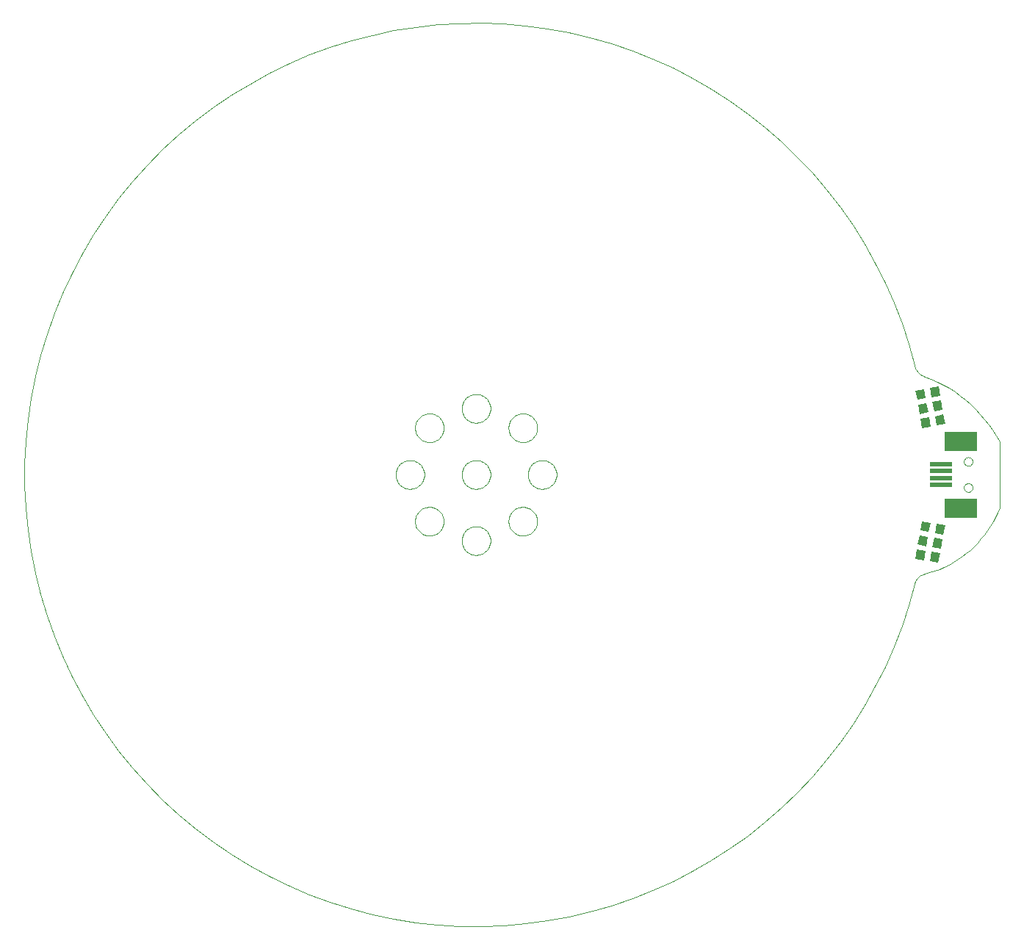
<source format=gtp>
G75*
G70*
%OFA0B0*%
%FSLAX24Y24*%
%IPPOS*%
%LPD*%
%AMOC8*
5,1,8,0,0,1.08239X$1,22.5*
%
%ADD10C,0.0010*%
%ADD11C,0.0000*%
%ADD12R,0.1496X0.0906*%
%ADD13R,0.0984X0.0217*%
%ADD14R,0.0394X0.0433*%
D10*
X040496Y015646D02*
X040231Y014683D01*
X039920Y013735D01*
X039562Y012803D01*
X039160Y011890D01*
X038714Y010997D01*
X038225Y010127D01*
X037694Y009282D01*
X037122Y008463D01*
X036512Y007674D01*
X035864Y006915D01*
X035179Y006188D01*
X034460Y005496D01*
X033708Y004839D01*
X032925Y004220D01*
X032113Y003640D01*
X031274Y003100D01*
X030409Y002601D01*
X029521Y002146D01*
X028612Y001733D01*
X027684Y001366D01*
X026739Y001044D01*
X025780Y000769D01*
X024808Y000541D01*
X023827Y000360D01*
X022838Y000227D01*
X021843Y000142D01*
X020846Y000106D01*
X019847Y000119D01*
X018851Y000180D01*
X017859Y000290D01*
X016874Y000447D01*
X015897Y000653D01*
X014931Y000906D01*
X013979Y001205D01*
X013043Y001551D01*
X012124Y001941D01*
X011226Y002376D01*
X010350Y002854D01*
X009498Y003375D01*
X008672Y003936D01*
X007875Y004536D01*
X007108Y005175D01*
X006373Y005850D01*
X005672Y006560D01*
X005006Y007304D01*
X004377Y008079D01*
X003787Y008884D01*
X003236Y009716D01*
X002727Y010574D01*
X002260Y011457D01*
X001836Y012360D01*
X001457Y013284D01*
X001123Y014224D01*
X000836Y015180D01*
X000595Y016149D01*
X000402Y017128D01*
X000257Y018116D01*
X000160Y019109D01*
X000111Y020106D01*
X000111Y021104D01*
X000160Y022101D01*
X000257Y023094D01*
X000402Y024082D01*
X000595Y025061D01*
X000836Y026030D01*
X001123Y026986D01*
X001457Y027926D01*
X001836Y028850D01*
X002260Y029753D01*
X002727Y030636D01*
X003236Y031494D01*
X003787Y032326D01*
X004377Y033131D01*
X005006Y033906D01*
X005672Y034650D01*
X006373Y035360D01*
X007108Y036035D01*
X007875Y036674D01*
X008672Y037274D01*
X009498Y037835D01*
X010350Y038356D01*
X011226Y038834D01*
X012124Y039269D01*
X013043Y039659D01*
X013979Y040005D01*
X014931Y040304D01*
X015897Y040557D01*
X016874Y040763D01*
X017859Y040920D01*
X018851Y041030D01*
X019847Y041091D01*
X020846Y041104D01*
X021843Y041068D01*
X022838Y040983D01*
X023827Y040850D01*
X024808Y040669D01*
X025780Y040441D01*
X026739Y040166D01*
X027684Y039844D01*
X028612Y039477D01*
X029521Y039064D01*
X030409Y038609D01*
X031274Y038110D01*
X032113Y037570D01*
X032925Y036990D01*
X033708Y036371D01*
X034460Y035714D01*
X035179Y035022D01*
X035864Y034295D01*
X036512Y033536D01*
X037122Y032747D01*
X037694Y031928D01*
X038225Y031083D01*
X038714Y030213D01*
X039160Y029320D01*
X039562Y028407D01*
X039920Y027475D01*
X040231Y026527D01*
X040496Y025564D01*
X040510Y025515D01*
X040527Y025467D01*
X040548Y025421D01*
X040572Y025376D01*
X040599Y025333D01*
X040629Y025291D01*
X040662Y025252D01*
X040697Y025216D01*
X040735Y025182D01*
X040775Y025150D01*
X040817Y025122D01*
X040862Y025096D01*
X040907Y025074D01*
X040955Y025055D01*
X044355Y022105D02*
X044355Y019105D01*
X040955Y016105D02*
X040908Y016091D01*
X040862Y016074D01*
X040818Y016054D01*
X040776Y016030D01*
X040736Y016002D01*
X040697Y015972D01*
X040662Y015939D01*
X040629Y015903D01*
X040598Y015865D01*
X040571Y015825D01*
X040547Y015782D01*
X040527Y015738D01*
X040509Y015692D01*
X040496Y015646D01*
X044355Y022105D02*
X044204Y022372D01*
X044040Y022632D01*
X043864Y022883D01*
X043676Y023125D01*
X043476Y023358D01*
X043265Y023581D01*
X043043Y023793D01*
X042811Y023994D01*
X042570Y024183D01*
X042319Y024361D01*
X042061Y024526D01*
X041794Y024678D01*
X041521Y024818D01*
X041241Y024943D01*
X040955Y025055D01*
X044355Y019105D02*
X044265Y018887D01*
X044164Y018674D01*
X044053Y018467D01*
X043932Y018264D01*
X043802Y018068D01*
X043663Y017878D01*
X043515Y017695D01*
X043358Y017519D01*
X043193Y017351D01*
X043020Y017191D01*
X042840Y017039D01*
X042652Y016896D01*
X042459Y016763D01*
X042258Y016638D01*
X042053Y016524D01*
X041842Y016419D01*
X041626Y016325D01*
X041406Y016241D01*
X041182Y016167D01*
X040955Y016105D01*
D11*
X017834Y018484D02*
X017836Y018534D01*
X017842Y018584D01*
X017852Y018634D01*
X017865Y018682D01*
X017882Y018730D01*
X017903Y018776D01*
X017927Y018820D01*
X017955Y018862D01*
X017986Y018902D01*
X018020Y018939D01*
X018057Y018974D01*
X018096Y019005D01*
X018137Y019034D01*
X018181Y019059D01*
X018227Y019081D01*
X018274Y019099D01*
X018322Y019113D01*
X018371Y019124D01*
X018421Y019131D01*
X018471Y019134D01*
X018522Y019133D01*
X018572Y019128D01*
X018622Y019119D01*
X018670Y019107D01*
X018718Y019090D01*
X018764Y019070D01*
X018809Y019047D01*
X018852Y019020D01*
X018892Y018990D01*
X018930Y018957D01*
X018965Y018921D01*
X018998Y018882D01*
X019027Y018841D01*
X019053Y018798D01*
X019076Y018753D01*
X019095Y018706D01*
X019110Y018658D01*
X019122Y018609D01*
X019130Y018559D01*
X019134Y018509D01*
X019134Y018459D01*
X019130Y018409D01*
X019122Y018359D01*
X019110Y018310D01*
X019095Y018262D01*
X019076Y018215D01*
X019053Y018170D01*
X019027Y018127D01*
X018998Y018086D01*
X018965Y018047D01*
X018930Y018011D01*
X018892Y017978D01*
X018852Y017948D01*
X018809Y017921D01*
X018764Y017898D01*
X018718Y017878D01*
X018670Y017861D01*
X018622Y017849D01*
X018572Y017840D01*
X018522Y017835D01*
X018471Y017834D01*
X018421Y017837D01*
X018371Y017844D01*
X018322Y017855D01*
X018274Y017869D01*
X018227Y017887D01*
X018181Y017909D01*
X018137Y017934D01*
X018096Y017963D01*
X018057Y017994D01*
X018020Y018029D01*
X017986Y018066D01*
X017955Y018106D01*
X017927Y018148D01*
X017903Y018192D01*
X017882Y018238D01*
X017865Y018286D01*
X017852Y018334D01*
X017842Y018384D01*
X017836Y018434D01*
X017834Y018484D01*
X016955Y020605D02*
X016957Y020655D01*
X016963Y020705D01*
X016973Y020755D01*
X016986Y020803D01*
X017003Y020851D01*
X017024Y020897D01*
X017048Y020941D01*
X017076Y020983D01*
X017107Y021023D01*
X017141Y021060D01*
X017178Y021095D01*
X017217Y021126D01*
X017258Y021155D01*
X017302Y021180D01*
X017348Y021202D01*
X017395Y021220D01*
X017443Y021234D01*
X017492Y021245D01*
X017542Y021252D01*
X017592Y021255D01*
X017643Y021254D01*
X017693Y021249D01*
X017743Y021240D01*
X017791Y021228D01*
X017839Y021211D01*
X017885Y021191D01*
X017930Y021168D01*
X017973Y021141D01*
X018013Y021111D01*
X018051Y021078D01*
X018086Y021042D01*
X018119Y021003D01*
X018148Y020962D01*
X018174Y020919D01*
X018197Y020874D01*
X018216Y020827D01*
X018231Y020779D01*
X018243Y020730D01*
X018251Y020680D01*
X018255Y020630D01*
X018255Y020580D01*
X018251Y020530D01*
X018243Y020480D01*
X018231Y020431D01*
X018216Y020383D01*
X018197Y020336D01*
X018174Y020291D01*
X018148Y020248D01*
X018119Y020207D01*
X018086Y020168D01*
X018051Y020132D01*
X018013Y020099D01*
X017973Y020069D01*
X017930Y020042D01*
X017885Y020019D01*
X017839Y019999D01*
X017791Y019982D01*
X017743Y019970D01*
X017693Y019961D01*
X017643Y019956D01*
X017592Y019955D01*
X017542Y019958D01*
X017492Y019965D01*
X017443Y019976D01*
X017395Y019990D01*
X017348Y020008D01*
X017302Y020030D01*
X017258Y020055D01*
X017217Y020084D01*
X017178Y020115D01*
X017141Y020150D01*
X017107Y020187D01*
X017076Y020227D01*
X017048Y020269D01*
X017024Y020313D01*
X017003Y020359D01*
X016986Y020407D01*
X016973Y020455D01*
X016963Y020505D01*
X016957Y020555D01*
X016955Y020605D01*
X017834Y022726D02*
X017836Y022776D01*
X017842Y022826D01*
X017852Y022876D01*
X017865Y022924D01*
X017882Y022972D01*
X017903Y023018D01*
X017927Y023062D01*
X017955Y023104D01*
X017986Y023144D01*
X018020Y023181D01*
X018057Y023216D01*
X018096Y023247D01*
X018137Y023276D01*
X018181Y023301D01*
X018227Y023323D01*
X018274Y023341D01*
X018322Y023355D01*
X018371Y023366D01*
X018421Y023373D01*
X018471Y023376D01*
X018522Y023375D01*
X018572Y023370D01*
X018622Y023361D01*
X018670Y023349D01*
X018718Y023332D01*
X018764Y023312D01*
X018809Y023289D01*
X018852Y023262D01*
X018892Y023232D01*
X018930Y023199D01*
X018965Y023163D01*
X018998Y023124D01*
X019027Y023083D01*
X019053Y023040D01*
X019076Y022995D01*
X019095Y022948D01*
X019110Y022900D01*
X019122Y022851D01*
X019130Y022801D01*
X019134Y022751D01*
X019134Y022701D01*
X019130Y022651D01*
X019122Y022601D01*
X019110Y022552D01*
X019095Y022504D01*
X019076Y022457D01*
X019053Y022412D01*
X019027Y022369D01*
X018998Y022328D01*
X018965Y022289D01*
X018930Y022253D01*
X018892Y022220D01*
X018852Y022190D01*
X018809Y022163D01*
X018764Y022140D01*
X018718Y022120D01*
X018670Y022103D01*
X018622Y022091D01*
X018572Y022082D01*
X018522Y022077D01*
X018471Y022076D01*
X018421Y022079D01*
X018371Y022086D01*
X018322Y022097D01*
X018274Y022111D01*
X018227Y022129D01*
X018181Y022151D01*
X018137Y022176D01*
X018096Y022205D01*
X018057Y022236D01*
X018020Y022271D01*
X017986Y022308D01*
X017955Y022348D01*
X017927Y022390D01*
X017903Y022434D01*
X017882Y022480D01*
X017865Y022528D01*
X017852Y022576D01*
X017842Y022626D01*
X017836Y022676D01*
X017834Y022726D01*
X019955Y023605D02*
X019957Y023655D01*
X019963Y023705D01*
X019973Y023755D01*
X019986Y023803D01*
X020003Y023851D01*
X020024Y023897D01*
X020048Y023941D01*
X020076Y023983D01*
X020107Y024023D01*
X020141Y024060D01*
X020178Y024095D01*
X020217Y024126D01*
X020258Y024155D01*
X020302Y024180D01*
X020348Y024202D01*
X020395Y024220D01*
X020443Y024234D01*
X020492Y024245D01*
X020542Y024252D01*
X020592Y024255D01*
X020643Y024254D01*
X020693Y024249D01*
X020743Y024240D01*
X020791Y024228D01*
X020839Y024211D01*
X020885Y024191D01*
X020930Y024168D01*
X020973Y024141D01*
X021013Y024111D01*
X021051Y024078D01*
X021086Y024042D01*
X021119Y024003D01*
X021148Y023962D01*
X021174Y023919D01*
X021197Y023874D01*
X021216Y023827D01*
X021231Y023779D01*
X021243Y023730D01*
X021251Y023680D01*
X021255Y023630D01*
X021255Y023580D01*
X021251Y023530D01*
X021243Y023480D01*
X021231Y023431D01*
X021216Y023383D01*
X021197Y023336D01*
X021174Y023291D01*
X021148Y023248D01*
X021119Y023207D01*
X021086Y023168D01*
X021051Y023132D01*
X021013Y023099D01*
X020973Y023069D01*
X020930Y023042D01*
X020885Y023019D01*
X020839Y022999D01*
X020791Y022982D01*
X020743Y022970D01*
X020693Y022961D01*
X020643Y022956D01*
X020592Y022955D01*
X020542Y022958D01*
X020492Y022965D01*
X020443Y022976D01*
X020395Y022990D01*
X020348Y023008D01*
X020302Y023030D01*
X020258Y023055D01*
X020217Y023084D01*
X020178Y023115D01*
X020141Y023150D01*
X020107Y023187D01*
X020076Y023227D01*
X020048Y023269D01*
X020024Y023313D01*
X020003Y023359D01*
X019986Y023407D01*
X019973Y023455D01*
X019963Y023505D01*
X019957Y023555D01*
X019955Y023605D01*
X022076Y022726D02*
X022078Y022776D01*
X022084Y022826D01*
X022094Y022876D01*
X022107Y022924D01*
X022124Y022972D01*
X022145Y023018D01*
X022169Y023062D01*
X022197Y023104D01*
X022228Y023144D01*
X022262Y023181D01*
X022299Y023216D01*
X022338Y023247D01*
X022379Y023276D01*
X022423Y023301D01*
X022469Y023323D01*
X022516Y023341D01*
X022564Y023355D01*
X022613Y023366D01*
X022663Y023373D01*
X022713Y023376D01*
X022764Y023375D01*
X022814Y023370D01*
X022864Y023361D01*
X022912Y023349D01*
X022960Y023332D01*
X023006Y023312D01*
X023051Y023289D01*
X023094Y023262D01*
X023134Y023232D01*
X023172Y023199D01*
X023207Y023163D01*
X023240Y023124D01*
X023269Y023083D01*
X023295Y023040D01*
X023318Y022995D01*
X023337Y022948D01*
X023352Y022900D01*
X023364Y022851D01*
X023372Y022801D01*
X023376Y022751D01*
X023376Y022701D01*
X023372Y022651D01*
X023364Y022601D01*
X023352Y022552D01*
X023337Y022504D01*
X023318Y022457D01*
X023295Y022412D01*
X023269Y022369D01*
X023240Y022328D01*
X023207Y022289D01*
X023172Y022253D01*
X023134Y022220D01*
X023094Y022190D01*
X023051Y022163D01*
X023006Y022140D01*
X022960Y022120D01*
X022912Y022103D01*
X022864Y022091D01*
X022814Y022082D01*
X022764Y022077D01*
X022713Y022076D01*
X022663Y022079D01*
X022613Y022086D01*
X022564Y022097D01*
X022516Y022111D01*
X022469Y022129D01*
X022423Y022151D01*
X022379Y022176D01*
X022338Y022205D01*
X022299Y022236D01*
X022262Y022271D01*
X022228Y022308D01*
X022197Y022348D01*
X022169Y022390D01*
X022145Y022434D01*
X022124Y022480D01*
X022107Y022528D01*
X022094Y022576D01*
X022084Y022626D01*
X022078Y022676D01*
X022076Y022726D01*
X019955Y020605D02*
X019957Y020655D01*
X019963Y020705D01*
X019973Y020755D01*
X019986Y020803D01*
X020003Y020851D01*
X020024Y020897D01*
X020048Y020941D01*
X020076Y020983D01*
X020107Y021023D01*
X020141Y021060D01*
X020178Y021095D01*
X020217Y021126D01*
X020258Y021155D01*
X020302Y021180D01*
X020348Y021202D01*
X020395Y021220D01*
X020443Y021234D01*
X020492Y021245D01*
X020542Y021252D01*
X020592Y021255D01*
X020643Y021254D01*
X020693Y021249D01*
X020743Y021240D01*
X020791Y021228D01*
X020839Y021211D01*
X020885Y021191D01*
X020930Y021168D01*
X020973Y021141D01*
X021013Y021111D01*
X021051Y021078D01*
X021086Y021042D01*
X021119Y021003D01*
X021148Y020962D01*
X021174Y020919D01*
X021197Y020874D01*
X021216Y020827D01*
X021231Y020779D01*
X021243Y020730D01*
X021251Y020680D01*
X021255Y020630D01*
X021255Y020580D01*
X021251Y020530D01*
X021243Y020480D01*
X021231Y020431D01*
X021216Y020383D01*
X021197Y020336D01*
X021174Y020291D01*
X021148Y020248D01*
X021119Y020207D01*
X021086Y020168D01*
X021051Y020132D01*
X021013Y020099D01*
X020973Y020069D01*
X020930Y020042D01*
X020885Y020019D01*
X020839Y019999D01*
X020791Y019982D01*
X020743Y019970D01*
X020693Y019961D01*
X020643Y019956D01*
X020592Y019955D01*
X020542Y019958D01*
X020492Y019965D01*
X020443Y019976D01*
X020395Y019990D01*
X020348Y020008D01*
X020302Y020030D01*
X020258Y020055D01*
X020217Y020084D01*
X020178Y020115D01*
X020141Y020150D01*
X020107Y020187D01*
X020076Y020227D01*
X020048Y020269D01*
X020024Y020313D01*
X020003Y020359D01*
X019986Y020407D01*
X019973Y020455D01*
X019963Y020505D01*
X019957Y020555D01*
X019955Y020605D01*
X022076Y018484D02*
X022078Y018534D01*
X022084Y018584D01*
X022094Y018634D01*
X022107Y018682D01*
X022124Y018730D01*
X022145Y018776D01*
X022169Y018820D01*
X022197Y018862D01*
X022228Y018902D01*
X022262Y018939D01*
X022299Y018974D01*
X022338Y019005D01*
X022379Y019034D01*
X022423Y019059D01*
X022469Y019081D01*
X022516Y019099D01*
X022564Y019113D01*
X022613Y019124D01*
X022663Y019131D01*
X022713Y019134D01*
X022764Y019133D01*
X022814Y019128D01*
X022864Y019119D01*
X022912Y019107D01*
X022960Y019090D01*
X023006Y019070D01*
X023051Y019047D01*
X023094Y019020D01*
X023134Y018990D01*
X023172Y018957D01*
X023207Y018921D01*
X023240Y018882D01*
X023269Y018841D01*
X023295Y018798D01*
X023318Y018753D01*
X023337Y018706D01*
X023352Y018658D01*
X023364Y018609D01*
X023372Y018559D01*
X023376Y018509D01*
X023376Y018459D01*
X023372Y018409D01*
X023364Y018359D01*
X023352Y018310D01*
X023337Y018262D01*
X023318Y018215D01*
X023295Y018170D01*
X023269Y018127D01*
X023240Y018086D01*
X023207Y018047D01*
X023172Y018011D01*
X023134Y017978D01*
X023094Y017948D01*
X023051Y017921D01*
X023006Y017898D01*
X022960Y017878D01*
X022912Y017861D01*
X022864Y017849D01*
X022814Y017840D01*
X022764Y017835D01*
X022713Y017834D01*
X022663Y017837D01*
X022613Y017844D01*
X022564Y017855D01*
X022516Y017869D01*
X022469Y017887D01*
X022423Y017909D01*
X022379Y017934D01*
X022338Y017963D01*
X022299Y017994D01*
X022262Y018029D01*
X022228Y018066D01*
X022197Y018106D01*
X022169Y018148D01*
X022145Y018192D01*
X022124Y018238D01*
X022107Y018286D01*
X022094Y018334D01*
X022084Y018384D01*
X022078Y018434D01*
X022076Y018484D01*
X019955Y017605D02*
X019957Y017655D01*
X019963Y017705D01*
X019973Y017755D01*
X019986Y017803D01*
X020003Y017851D01*
X020024Y017897D01*
X020048Y017941D01*
X020076Y017983D01*
X020107Y018023D01*
X020141Y018060D01*
X020178Y018095D01*
X020217Y018126D01*
X020258Y018155D01*
X020302Y018180D01*
X020348Y018202D01*
X020395Y018220D01*
X020443Y018234D01*
X020492Y018245D01*
X020542Y018252D01*
X020592Y018255D01*
X020643Y018254D01*
X020693Y018249D01*
X020743Y018240D01*
X020791Y018228D01*
X020839Y018211D01*
X020885Y018191D01*
X020930Y018168D01*
X020973Y018141D01*
X021013Y018111D01*
X021051Y018078D01*
X021086Y018042D01*
X021119Y018003D01*
X021148Y017962D01*
X021174Y017919D01*
X021197Y017874D01*
X021216Y017827D01*
X021231Y017779D01*
X021243Y017730D01*
X021251Y017680D01*
X021255Y017630D01*
X021255Y017580D01*
X021251Y017530D01*
X021243Y017480D01*
X021231Y017431D01*
X021216Y017383D01*
X021197Y017336D01*
X021174Y017291D01*
X021148Y017248D01*
X021119Y017207D01*
X021086Y017168D01*
X021051Y017132D01*
X021013Y017099D01*
X020973Y017069D01*
X020930Y017042D01*
X020885Y017019D01*
X020839Y016999D01*
X020791Y016982D01*
X020743Y016970D01*
X020693Y016961D01*
X020643Y016956D01*
X020592Y016955D01*
X020542Y016958D01*
X020492Y016965D01*
X020443Y016976D01*
X020395Y016990D01*
X020348Y017008D01*
X020302Y017030D01*
X020258Y017055D01*
X020217Y017084D01*
X020178Y017115D01*
X020141Y017150D01*
X020107Y017187D01*
X020076Y017227D01*
X020048Y017269D01*
X020024Y017313D01*
X020003Y017359D01*
X019986Y017407D01*
X019973Y017455D01*
X019963Y017505D01*
X019957Y017555D01*
X019955Y017605D01*
X022955Y020605D02*
X022957Y020655D01*
X022963Y020705D01*
X022973Y020755D01*
X022986Y020803D01*
X023003Y020851D01*
X023024Y020897D01*
X023048Y020941D01*
X023076Y020983D01*
X023107Y021023D01*
X023141Y021060D01*
X023178Y021095D01*
X023217Y021126D01*
X023258Y021155D01*
X023302Y021180D01*
X023348Y021202D01*
X023395Y021220D01*
X023443Y021234D01*
X023492Y021245D01*
X023542Y021252D01*
X023592Y021255D01*
X023643Y021254D01*
X023693Y021249D01*
X023743Y021240D01*
X023791Y021228D01*
X023839Y021211D01*
X023885Y021191D01*
X023930Y021168D01*
X023973Y021141D01*
X024013Y021111D01*
X024051Y021078D01*
X024086Y021042D01*
X024119Y021003D01*
X024148Y020962D01*
X024174Y020919D01*
X024197Y020874D01*
X024216Y020827D01*
X024231Y020779D01*
X024243Y020730D01*
X024251Y020680D01*
X024255Y020630D01*
X024255Y020580D01*
X024251Y020530D01*
X024243Y020480D01*
X024231Y020431D01*
X024216Y020383D01*
X024197Y020336D01*
X024174Y020291D01*
X024148Y020248D01*
X024119Y020207D01*
X024086Y020168D01*
X024051Y020132D01*
X024013Y020099D01*
X023973Y020069D01*
X023930Y020042D01*
X023885Y020019D01*
X023839Y019999D01*
X023791Y019982D01*
X023743Y019970D01*
X023693Y019961D01*
X023643Y019956D01*
X023592Y019955D01*
X023542Y019958D01*
X023492Y019965D01*
X023443Y019976D01*
X023395Y019990D01*
X023348Y020008D01*
X023302Y020030D01*
X023258Y020055D01*
X023217Y020084D01*
X023178Y020115D01*
X023141Y020150D01*
X023107Y020187D01*
X023076Y020227D01*
X023048Y020269D01*
X023024Y020313D01*
X023003Y020359D01*
X022986Y020407D01*
X022973Y020455D01*
X022963Y020505D01*
X022957Y020555D01*
X022955Y020605D01*
X042741Y020014D02*
X042743Y020041D01*
X042749Y020068D01*
X042758Y020094D01*
X042771Y020118D01*
X042787Y020141D01*
X042806Y020160D01*
X042828Y020177D01*
X042852Y020191D01*
X042877Y020201D01*
X042904Y020208D01*
X042931Y020211D01*
X042959Y020210D01*
X042986Y020205D01*
X043012Y020197D01*
X043036Y020185D01*
X043059Y020169D01*
X043080Y020151D01*
X043097Y020130D01*
X043112Y020106D01*
X043123Y020081D01*
X043131Y020055D01*
X043135Y020028D01*
X043135Y020000D01*
X043131Y019973D01*
X043123Y019947D01*
X043112Y019922D01*
X043097Y019898D01*
X043080Y019877D01*
X043059Y019859D01*
X043037Y019843D01*
X043012Y019831D01*
X042986Y019823D01*
X042959Y019818D01*
X042931Y019817D01*
X042904Y019820D01*
X042877Y019827D01*
X042852Y019837D01*
X042828Y019851D01*
X042806Y019868D01*
X042787Y019887D01*
X042771Y019910D01*
X042758Y019934D01*
X042749Y019960D01*
X042743Y019987D01*
X042741Y020014D01*
X042741Y021196D02*
X042743Y021223D01*
X042749Y021250D01*
X042758Y021276D01*
X042771Y021300D01*
X042787Y021323D01*
X042806Y021342D01*
X042828Y021359D01*
X042852Y021373D01*
X042877Y021383D01*
X042904Y021390D01*
X042931Y021393D01*
X042959Y021392D01*
X042986Y021387D01*
X043012Y021379D01*
X043036Y021367D01*
X043059Y021351D01*
X043080Y021333D01*
X043097Y021312D01*
X043112Y021288D01*
X043123Y021263D01*
X043131Y021237D01*
X043135Y021210D01*
X043135Y021182D01*
X043131Y021155D01*
X043123Y021129D01*
X043112Y021104D01*
X043097Y021080D01*
X043080Y021059D01*
X043059Y021041D01*
X043037Y021025D01*
X043012Y021013D01*
X042986Y021005D01*
X042959Y021000D01*
X042931Y020999D01*
X042904Y021002D01*
X042877Y021009D01*
X042852Y021019D01*
X042828Y021033D01*
X042806Y021050D01*
X042787Y021069D01*
X042771Y021092D01*
X042758Y021116D01*
X042749Y021142D01*
X042743Y021169D01*
X042741Y021196D01*
D12*
X042603Y022121D03*
X042603Y019089D03*
D13*
X041698Y020133D03*
X041698Y020448D03*
X041698Y020762D03*
X041698Y021077D03*
D14*
G36*
X040770Y023142D02*
X041157Y023210D01*
X041232Y022786D01*
X040845Y022718D01*
X040770Y023142D01*
G37*
G36*
X040657Y023782D02*
X041044Y023850D01*
X041119Y023426D01*
X040732Y023358D01*
X040657Y023782D01*
G37*
G36*
X040544Y024422D02*
X040931Y024490D01*
X041006Y024066D01*
X040619Y023998D01*
X040544Y024422D01*
G37*
G36*
X041203Y024539D02*
X041590Y024607D01*
X041665Y024183D01*
X041278Y024115D01*
X041203Y024539D01*
G37*
G36*
X041316Y023898D02*
X041703Y023966D01*
X041778Y023542D01*
X041391Y023474D01*
X041316Y023898D01*
G37*
G36*
X041429Y023258D02*
X041816Y023326D01*
X041891Y022902D01*
X041504Y022834D01*
X041429Y023258D01*
G37*
G36*
X040836Y018490D02*
X041223Y018422D01*
X041148Y017998D01*
X040761Y018066D01*
X040836Y018490D01*
G37*
G36*
X041496Y018374D02*
X041883Y018306D01*
X041808Y017882D01*
X041421Y017950D01*
X041496Y018374D01*
G37*
G36*
X041383Y017734D02*
X041770Y017666D01*
X041695Y017242D01*
X041308Y017310D01*
X041383Y017734D01*
G37*
G36*
X040724Y017850D02*
X041111Y017782D01*
X041036Y017358D01*
X040649Y017426D01*
X040724Y017850D01*
G37*
G36*
X040611Y017210D02*
X040998Y017142D01*
X040923Y016718D01*
X040536Y016786D01*
X040611Y017210D01*
G37*
G36*
X041270Y017094D02*
X041657Y017026D01*
X041582Y016602D01*
X041195Y016670D01*
X041270Y017094D01*
G37*
M02*

</source>
